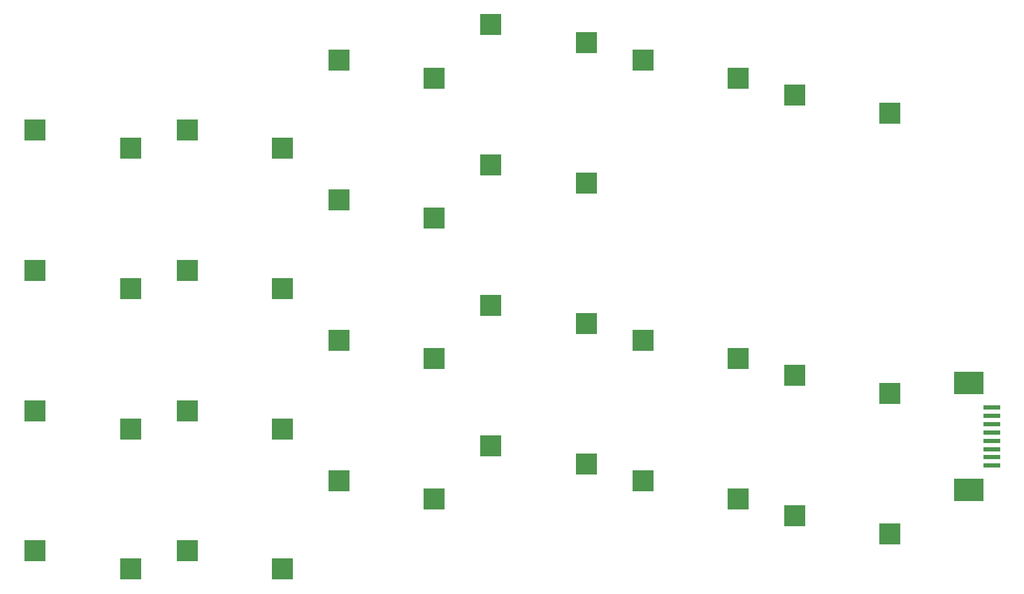
<source format=gbr>
%TF.GenerationSoftware,KiCad,Pcbnew,(6.0.4)*%
%TF.CreationDate,2024-05-03T15:54:38-07:00*%
%TF.ProjectId,left_staggered,6c656674-5f73-4746-9167-67657265642e,v1.0.0*%
%TF.SameCoordinates,Original*%
%TF.FileFunction,Paste,Bot*%
%TF.FilePolarity,Positive*%
%FSLAX46Y46*%
G04 Gerber Fmt 4.6, Leading zero omitted, Abs format (unit mm)*
G04 Created by KiCad (PCBNEW (6.0.4)) date 2024-05-03 15:54:38*
%MOMM*%
%LPD*%
G01*
G04 APERTURE LIST*
%ADD10R,2.600000X2.600000*%
%ADD11R,2.000000X0.610000*%
%ADD12R,3.600000X2.680000*%
G04 APERTURE END LIST*
D10*
%TO.C,S20*%
X237825000Y-135350000D03*
X249375000Y-137550000D03*
%TD*%
%TO.C,S14*%
X201025000Y-101350000D03*
X212575000Y-103550000D03*
%TD*%
%TO.C,S13*%
X201025000Y-118350000D03*
X212575000Y-120550000D03*
%TD*%
%TO.C,S19*%
X237825000Y-152350000D03*
X249375000Y-154550000D03*
%TD*%
%TO.C,S15*%
X219425000Y-148100000D03*
X230975000Y-150300000D03*
%TD*%
%TO.C,S5*%
X164225000Y-126850000D03*
X175775000Y-129050000D03*
%TD*%
%TO.C,S17*%
X219425000Y-114100000D03*
X230975000Y-116300000D03*
%TD*%
%TO.C,S18*%
X219425000Y-97100000D03*
X230975000Y-99300000D03*
%TD*%
%TO.C,S22*%
X256225000Y-156600000D03*
X267775000Y-158800000D03*
%TD*%
%TO.C,S4*%
X164225000Y-143850000D03*
X175775000Y-146050000D03*
%TD*%
%TO.C,S12*%
X201025000Y-135350000D03*
X212575000Y-137550000D03*
%TD*%
%TO.C,S16*%
X219425000Y-131100000D03*
X230975000Y-133300000D03*
%TD*%
%TO.C,S10*%
X182625000Y-109850000D03*
X194175000Y-112050000D03*
%TD*%
%TO.C,S11*%
X201025000Y-152350000D03*
X212575000Y-154550000D03*
%TD*%
%TO.C,S7*%
X182625000Y-160850000D03*
X194175000Y-163050000D03*
%TD*%
%TO.C,S24*%
X256225000Y-105600000D03*
X267775000Y-107800000D03*
%TD*%
%TO.C,S23*%
X256225000Y-139600000D03*
X267775000Y-141800000D03*
%TD*%
%TO.C,S8*%
X182625000Y-143850000D03*
X194175000Y-146050000D03*
%TD*%
%TO.C,S9*%
X182625000Y-126850000D03*
X194175000Y-129050000D03*
%TD*%
%TO.C,S21*%
X237825000Y-101350000D03*
X249375000Y-103550000D03*
%TD*%
%TO.C,S3*%
X164225000Y-160850000D03*
X175775000Y-163050000D03*
%TD*%
%TO.C,S6*%
X164225000Y-109850000D03*
X175775000Y-112050000D03*
%TD*%
D11*
%TO.C,*%
X280100000Y-150500000D03*
X280100000Y-149500000D03*
X280100000Y-148500000D03*
X280100000Y-147500000D03*
X280100000Y-146500000D03*
X280100000Y-145500000D03*
X280100000Y-144500000D03*
X280100000Y-143500000D03*
D12*
X277300000Y-153490000D03*
X277300000Y-140510000D03*
%TD*%
M02*

</source>
